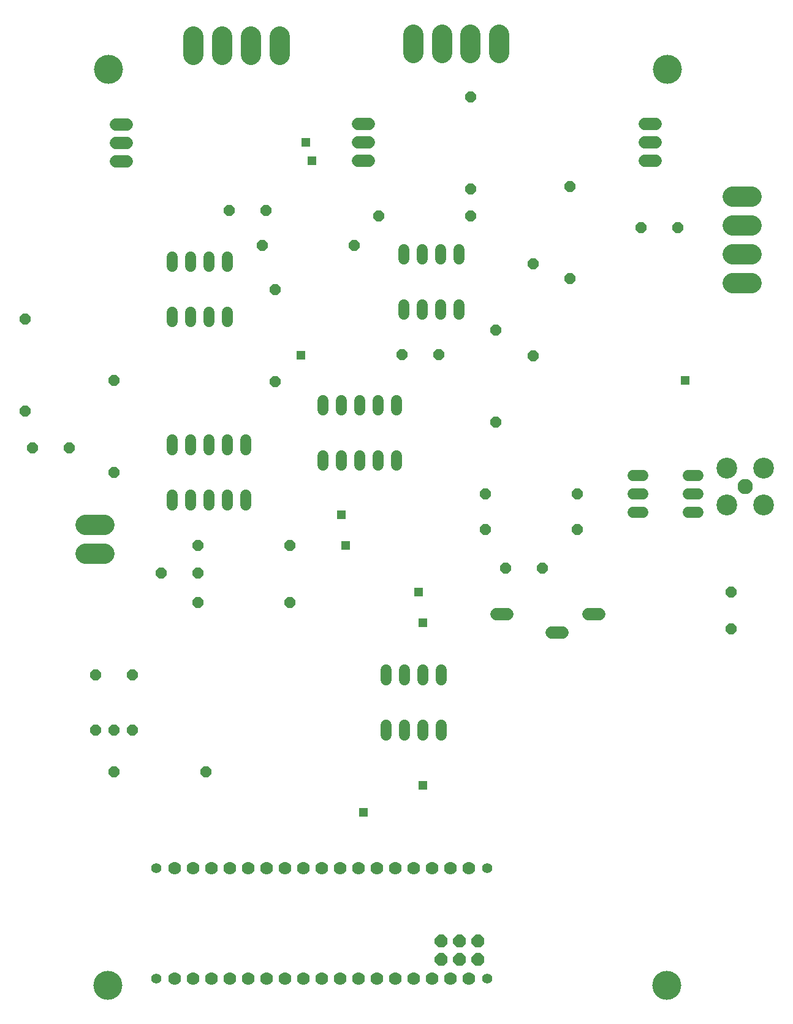
<source format=gbs>
G75*
%MOIN*%
%OFA0B0*%
%FSLAX25Y25*%
%IPPOS*%
%LPD*%
%AMOC8*
5,1,8,0,0,1.08239X$1,22.5*
%
%ADD10C,0.15750*%
%ADD11C,0.07000*%
%ADD12C,0.05524*%
%ADD13OC8,0.07000*%
%ADD14C,0.06000*%
%ADD15OC8,0.06000*%
%ADD16C,0.06800*%
%ADD17C,0.08300*%
%ADD18C,0.11300*%
%ADD19C,0.10839*%
%ADD20R,0.04762X0.04762*%
D10*
X0076115Y0026500D03*
X0380115Y0026500D03*
X0380615Y0524000D03*
X0076615Y0524000D03*
D11*
X0112615Y0090000D03*
X0122615Y0090000D03*
X0132615Y0090000D03*
X0142615Y0090000D03*
X0152615Y0090000D03*
X0162615Y0090000D03*
X0172615Y0090000D03*
X0182615Y0090000D03*
X0192615Y0090000D03*
X0202615Y0090000D03*
X0212615Y0090000D03*
X0222615Y0090000D03*
X0232615Y0090000D03*
X0242615Y0090000D03*
X0252615Y0090000D03*
X0262615Y0090000D03*
X0272615Y0090000D03*
X0272615Y0030000D03*
X0262615Y0030000D03*
X0252615Y0030000D03*
X0242615Y0030000D03*
X0232615Y0030000D03*
X0222615Y0030000D03*
X0212615Y0030000D03*
X0202615Y0030000D03*
X0192615Y0030000D03*
X0182615Y0030000D03*
X0172615Y0030000D03*
X0162615Y0030000D03*
X0152615Y0030000D03*
X0142615Y0030000D03*
X0132615Y0030000D03*
X0122615Y0030000D03*
X0112615Y0030000D03*
D12*
X0102615Y0030000D03*
X0102615Y0090000D03*
X0282615Y0090000D03*
X0282615Y0030000D03*
D13*
X0277615Y0040500D03*
X0277615Y0050500D03*
X0267615Y0050500D03*
X0267615Y0040500D03*
X0257615Y0040500D03*
X0257615Y0050500D03*
D14*
X0257615Y0162400D02*
X0257615Y0167600D01*
X0247615Y0167600D02*
X0247615Y0162400D01*
X0237615Y0162400D02*
X0237615Y0167600D01*
X0227615Y0167600D02*
X0227615Y0162400D01*
X0227615Y0192400D02*
X0227615Y0197600D01*
X0237615Y0197600D02*
X0237615Y0192400D01*
X0247615Y0192400D02*
X0247615Y0197600D01*
X0257615Y0197600D02*
X0257615Y0192400D01*
X0233115Y0308900D02*
X0233115Y0314100D01*
X0223115Y0314100D02*
X0223115Y0308900D01*
X0213115Y0308900D02*
X0213115Y0314100D01*
X0203115Y0314100D02*
X0203115Y0308900D01*
X0193115Y0308900D02*
X0193115Y0314100D01*
X0193115Y0338900D02*
X0193115Y0344100D01*
X0203115Y0344100D02*
X0203115Y0338900D01*
X0213115Y0338900D02*
X0213115Y0344100D01*
X0223115Y0344100D02*
X0223115Y0338900D01*
X0233115Y0338900D02*
X0233115Y0344100D01*
X0237115Y0390900D02*
X0237115Y0396100D01*
X0247115Y0396100D02*
X0247115Y0390900D01*
X0257115Y0390900D02*
X0257115Y0396100D01*
X0267115Y0396100D02*
X0267115Y0390900D01*
X0267115Y0420900D02*
X0267115Y0426100D01*
X0257115Y0426100D02*
X0257115Y0420900D01*
X0247115Y0420900D02*
X0247115Y0426100D01*
X0237115Y0426100D02*
X0237115Y0420900D01*
X0151115Y0322600D02*
X0151115Y0317400D01*
X0141115Y0317400D02*
X0141115Y0322600D01*
X0131115Y0322600D02*
X0131115Y0317400D01*
X0121115Y0317400D02*
X0121115Y0322600D01*
X0111115Y0322600D02*
X0111115Y0317400D01*
X0111115Y0292600D02*
X0111115Y0287400D01*
X0121115Y0287400D02*
X0121115Y0292600D01*
X0131115Y0292600D02*
X0131115Y0287400D01*
X0141115Y0287400D02*
X0141115Y0292600D01*
X0151115Y0292600D02*
X0151115Y0287400D01*
X0141115Y0386900D02*
X0141115Y0392100D01*
X0131115Y0392100D02*
X0131115Y0386900D01*
X0121115Y0386900D02*
X0121115Y0392100D01*
X0111115Y0392100D02*
X0111115Y0386900D01*
X0111115Y0416900D02*
X0111115Y0422100D01*
X0121115Y0422100D02*
X0121115Y0416900D01*
X0131115Y0416900D02*
X0131115Y0422100D01*
X0141115Y0422100D02*
X0141115Y0416900D01*
X0362015Y0303500D02*
X0367215Y0303500D01*
X0367215Y0293500D02*
X0362015Y0293500D01*
X0362015Y0283500D02*
X0367215Y0283500D01*
X0392015Y0283500D02*
X0397215Y0283500D01*
X0397215Y0293500D02*
X0392015Y0293500D01*
X0392015Y0303500D02*
X0397215Y0303500D01*
D15*
X0415115Y0240000D03*
X0415115Y0220000D03*
X0331615Y0274000D03*
X0331615Y0293500D03*
X0312615Y0253000D03*
X0292615Y0253000D03*
X0281615Y0274000D03*
X0281615Y0293500D03*
X0287115Y0332500D03*
X0307615Y0368500D03*
X0287115Y0382500D03*
X0256115Y0369000D03*
X0236115Y0369000D03*
X0210115Y0428500D03*
X0223615Y0444500D03*
X0273615Y0444500D03*
X0273615Y0459000D03*
X0307615Y0418500D03*
X0327615Y0410500D03*
X0366115Y0438000D03*
X0386115Y0438000D03*
X0327615Y0460500D03*
X0273615Y0509000D03*
X0167115Y0404500D03*
X0160115Y0428500D03*
X0162115Y0447500D03*
X0142115Y0447500D03*
X0167115Y0354500D03*
X0175115Y0265500D03*
X0175115Y0234500D03*
X0125115Y0234500D03*
X0125115Y0250500D03*
X0125115Y0265500D03*
X0105115Y0250500D03*
X0079615Y0305000D03*
X0055115Y0318500D03*
X0035115Y0318500D03*
X0031115Y0338500D03*
X0031115Y0388500D03*
X0079615Y0355000D03*
X0069615Y0195000D03*
X0089615Y0195000D03*
X0089615Y0165000D03*
X0079615Y0165000D03*
X0069615Y0165000D03*
X0079615Y0142500D03*
X0129615Y0142500D03*
D16*
X0287615Y0228000D02*
X0293615Y0228000D01*
X0317615Y0218000D02*
X0323615Y0218000D01*
X0337615Y0228000D02*
X0343615Y0228000D01*
X0368115Y0474500D02*
X0374115Y0474500D01*
X0374115Y0484500D02*
X0368115Y0484500D01*
X0368115Y0494500D02*
X0374115Y0494500D01*
X0218115Y0494500D02*
X0212115Y0494500D01*
X0212115Y0484500D02*
X0218115Y0484500D01*
X0218115Y0474500D02*
X0212115Y0474500D01*
X0086615Y0474000D02*
X0080615Y0474000D01*
X0080615Y0484000D02*
X0086615Y0484000D01*
X0086615Y0494000D02*
X0080615Y0494000D01*
D17*
X0422915Y0297400D03*
D18*
X0412876Y0287361D03*
X0412876Y0307439D03*
X0432954Y0307439D03*
X0432954Y0287361D03*
D19*
X0426135Y0408114D02*
X0416096Y0408114D01*
X0416096Y0423705D02*
X0426135Y0423705D01*
X0426135Y0439295D02*
X0416096Y0439295D01*
X0416096Y0454886D02*
X0426135Y0454886D01*
X0289001Y0532980D02*
X0289001Y0543020D01*
X0273411Y0543020D02*
X0273411Y0532980D01*
X0257820Y0532980D02*
X0257820Y0543020D01*
X0242230Y0543020D02*
X0242230Y0532980D01*
X0169501Y0531980D02*
X0169501Y0542020D01*
X0153911Y0542020D02*
X0153911Y0531980D01*
X0138320Y0531980D02*
X0138320Y0542020D01*
X0122730Y0542020D02*
X0122730Y0531980D01*
X0074135Y0276795D02*
X0064096Y0276795D01*
X0064096Y0261205D02*
X0074135Y0261205D01*
D20*
X0181365Y0368750D03*
X0203115Y0282000D03*
X0205615Y0265500D03*
X0245115Y0240000D03*
X0247615Y0223500D03*
X0247615Y0135000D03*
X0215115Y0120500D03*
X0390115Y0355000D03*
X0187115Y0474500D03*
X0183814Y0484301D03*
M02*

</source>
